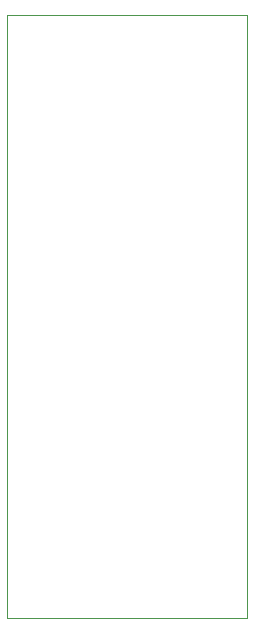
<source format=gbr>
%TF.GenerationSoftware,KiCad,Pcbnew,8.0.6*%
%TF.CreationDate,2024-11-04T10:18:01-07:00*%
%TF.ProjectId,TMS9918-9928,544d5339-3931-4382-9d39-3932382e6b69,rev?*%
%TF.SameCoordinates,Original*%
%TF.FileFunction,Profile,NP*%
%FSLAX46Y46*%
G04 Gerber Fmt 4.6, Leading zero omitted, Abs format (unit mm)*
G04 Created by KiCad (PCBNEW 8.0.6) date 2024-11-04 10:18:01*
%MOMM*%
%LPD*%
G01*
G04 APERTURE LIST*
%TA.AperFunction,Profile*%
%ADD10C,0.100000*%
%TD*%
G04 APERTURE END LIST*
D10*
X140970000Y-64643000D02*
X140970000Y-115698000D01*
X120650000Y-115698000D02*
X120650000Y-64643000D01*
X120650000Y-64643000D02*
X140970000Y-64643000D01*
X140970000Y-115697000D02*
X120650000Y-115697000D01*
M02*

</source>
